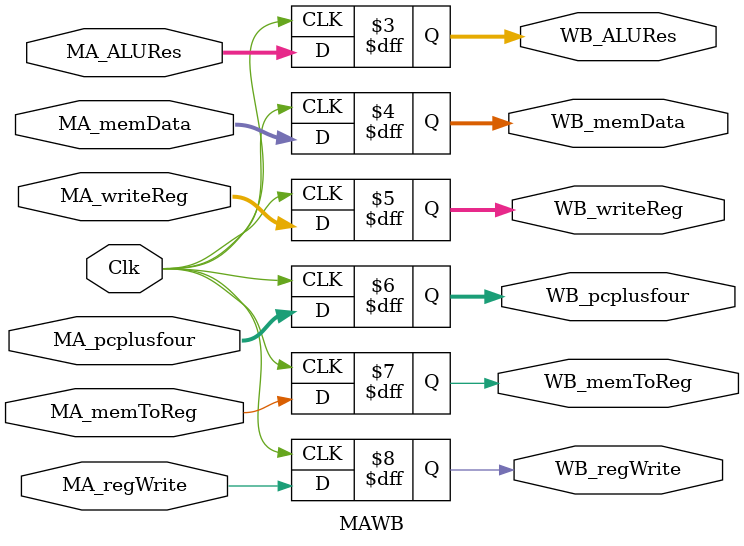
<source format=v>
`timescale 1ns / 1ps

module MAWB(
	input Clk,
	
	input [31:0] MA_ALURes,
	output reg [31:0] WB_ALURes,
	input [31:0] MA_memData,
	output reg [31:0] WB_memData,
	
	input [4:0] MA_writeReg,
	output reg [4:0] WB_writeReg,
	
	input [31:0] MA_pcplusfour,
	output reg [31:0] WB_pcplusfour,
	
	input MA_memToReg,
	input MA_regWrite,
	output reg WB_memToReg,
	output reg WB_regWrite
    );
	
	always @ (posedge Clk)
	begin
		WB_ALURes <= MA_ALURes;
		WB_memData <= MA_memData;
		WB_writeReg <= MA_writeReg;
		WB_pcplusfour <= MA_pcplusfour;
		
		WB_memToReg <= MA_memToReg;
		WB_regWrite <= MA_regWrite;
	end
	
	initial begin
		WB_ALURes = 0;
		WB_memData = 0;
		WB_writeReg = 0;
		WB_pcplusfour = 0;
		
		WB_memToReg = 0;
		WB_regWrite = 0;
	end
endmodule

</source>
